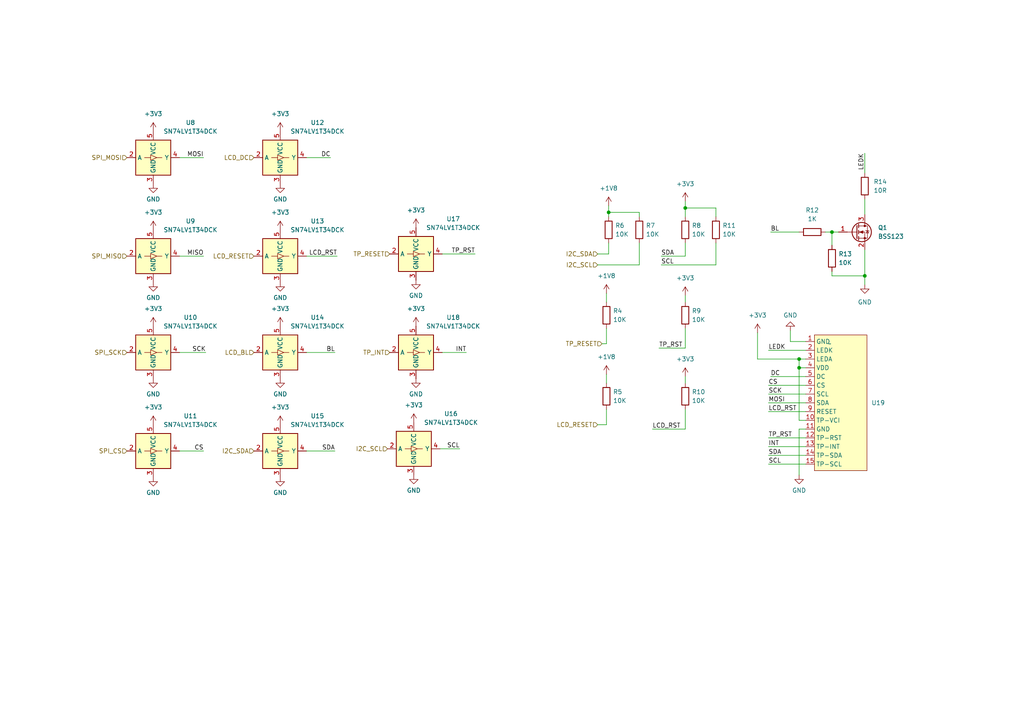
<source format=kicad_sch>
(kicad_sch (version 20230121) (generator eeschema)
  (paper "A4")
  (lib_symbols
    (symbol "1_28_touch_lcd:1.28LCD_TP"
      (property "Reference" "U?" (at 0 20.955 0))
      (symbol "1.28LCD_TP_1_1"
        (rectangle (start -6.35 19.685) (end 8.89 -19.685) (fill (type background)))
        (pin input line (at -8.89 17.78 0) (length 2.54) (name "GND") (number "1"))
        (pin input line (at -8.89 -5.08 0) (length 2.54) (name "TP-VCI") (number "10"))
        (pin input line (at -8.89 -7.62 0) (length 2.54) (name "GND") (number "11"))
        (pin input line (at -8.89 -10.16 0) (length 2.54) (name "TP-RST") (number "12"))
        (pin input line (at -8.89 -12.7 0) (length 2.54) (name "TP-INT") (number "13"))
        (pin input line (at -8.89 -15.24 0) (length 2.54) (name "TP-SDA") (number "14"))
        (pin input line (at -8.89 -17.78 0) (length 2.54) (name "TP-SCL") (number "15"))
        (pin input line (at -8.89 15.24 0) (length 2.54) (name "LEDK") (number "2"))
        (pin input line (at -8.89 12.7 0) (length 2.54) (name "LEDA") (number "3"))
        (pin input line (at -8.89 10.16 0) (length 2.54) (name "VDD") (number "4"))
        (pin input line (at -8.89 7.62 0) (length 2.54) (name "DC") (number "5"))
        (pin input line (at -8.89 5.08 0) (length 2.54) (name "CS") (number "6"))
        (pin input line (at -8.89 2.54 0) (length 2.54) (name "SCL") (number "7"))
        (pin input line (at -8.89 0 0) (length 2.54) (name "SDA") (number "8"))
        (pin input line (at -8.89 -2.54 0) (length 2.54) (name "RESET") (number "9"))
      )
    )
    (symbol "Device:R" (pin_numbers hide) (pin_names (offset 0))
      (property "Reference" "R" (at 2.032 0 90))
      (property "Value" "R" (at 0 0 90))
      (symbol "R_0_1"
        (rectangle (start -1.016 -2.54) (end 1.016 2.54) (stroke (width 0.254)))
      )
      (symbol "R_1_1"
        (pin passive line (at 0 3.81 270) (length 1.27) (name "~") (number "1"))
        (pin passive line (at 0 -3.81 90) (length 1.27) (name "~") (number "2"))
      )
    )
    (symbol "Logic_LevelTranslator:SN74LV1T34DCK"
      (property "Reference" "U" (at 5.08 6.35 0))
      (property "Value" "SN74LV1T34DCK" (at 5.08 3.81 0))
      (symbol "SN74LV1T34DCK_0_1"
        (rectangle (start -5.08 5.08) (end 5.08 -5.08) (stroke (width 0.254)) (fill (type background)))
        (polyline (pts (xy -0.762 0) (xy -2.54 0)))
        (polyline (pts (xy 1.016 0) (xy 2.54 0)))
      )
      (symbol "SN74LV1T34DCK_1_1"
        (polyline (pts (xy -0.762 -0.762) (xy -0.762 0.762) (xy 1.016 0) (xy -0.762 -0.762)))
        (pin no_connect line (at -5.08 2.54 0) (length 2.54) hide (name "NC") (number "1"))
        (pin input line (at -7.62 0 0) (length 2.54) (name "A") (number "2"))
        (pin power_in line (at 0 -7.62 90) (length 2.54) (name "GND") (number "3"))
        (pin output line (at 7.62 0 180) (length 2.54) (name "Y") (number "4"))
        (pin power_in line (at 0 7.62 270) (length 2.54) (name "VCC") (number "5"))
      )
    )
    (symbol "Transistor_FET:BSS123" (pin_names hide)
      (property "Reference" "Q" (at 5.08 1.905 0))
      (property "Value" "BSS123" (at 5.08 0 0))
      (symbol "BSS123_0_1"
        (polyline (pts (xy 0.254 0) (xy -2.54 0)))
        (polyline (pts (xy 0.254 1.905) (xy 0.254 -1.905)) (stroke (width 0.254)))
        (polyline (pts (xy 0.762 -1.27) (xy 0.762 -2.286)) (stroke (width 0.254)))
        (polyline (pts (xy 0.762 0.508) (xy 0.762 -0.508)) (stroke (width 0.254)))
        (polyline (pts (xy 0.762 2.286) (xy 0.762 1.27)) (stroke (width 0.254)))
        (polyline (pts (xy 2.54 2.54) (xy 2.54 1.778)))
        (polyline (pts (xy 2.54 -2.54) (xy 2.54 0) (xy 0.762 0)))
        (polyline (pts (xy 0.762 -1.778) (xy 3.302 -1.778) (xy 3.302 1.778) (xy 0.762 1.778)))
        (polyline (pts (xy 1.016 0) (xy 2.032 0.381) (xy 2.032 -0.381) (xy 1.016 0)) (fill (type outline)))
        (polyline (pts (xy 2.794 0.508) (xy 2.921 0.381) (xy 3.683 0.381) (xy 3.81 0.254)))
        (polyline (pts (xy 3.302 0.381) (xy 2.921 -0.254) (xy 3.683 -0.254) (xy 3.302 0.381)))
        (circle (center 1.651 0) (radius 2.794) (stroke (width 0.254)))
        (circle (center 2.54 -1.778) (radius 0.254) (fill (type outline)))
        (circle (center 2.54 1.778) (radius 0.254) (fill (type outline)))
      )
      (symbol "BSS123_1_1"
        (pin input line (at -5.08 0 0) (length 2.54) (name "G") (number "1"))
        (pin passive line (at 2.54 -5.08 90) (length 2.54) (name "S") (number "2"))
        (pin passive line (at 2.54 5.08 270) (length 2.54) (name "D") (number "3"))
      )
    )
    (symbol "power:+1V8" (power) (pin_names (offset 0))
      (property "Value" "+1V8" (at 0 3.556 0))
      (symbol "+1V8_0_1"
        (polyline (pts (xy -0.762 1.27) (xy 0 2.54)))
        (polyline (pts (xy 0 0) (xy 0 2.54)))
        (polyline (pts (xy 0 2.54) (xy 0.762 1.27)))
      )
      (symbol "+1V8_1_1"
        (pin power_in line (at 0 0 90) (length 0) hide (name "+1V8") (number "1"))
      )
    )
    (symbol "power:+3V3" (power) (pin_names (offset 0))
      (property "Value" "+3V3" (at 0 3.556 0))
      (symbol "+3V3_0_1"
        (polyline (pts (xy -0.762 1.27) (xy 0 2.54)))
        (polyline (pts (xy 0 0) (xy 0 2.54)))
        (polyline (pts (xy 0 2.54) (xy 0.762 1.27)))
      )
      (symbol "+3V3_1_1"
        (pin power_in line (at 0 0 90) (length 0) hide (name "+3V3") (number "1"))
      )
    )
    (symbol "power:GND" (power) (pin_names (offset 0))
      (property "Value" "GND" (at 0 -3.81 0))
      (symbol "GND_0_1"
        (polyline (pts (xy 0 0) (xy 0 -1.27) (xy 1.27 -1.27) (xy 0 -2.54) (xy -1.27 -1.27) (xy 0 -1.27)))
      )
      (symbol "GND_1_1"
        (pin power_in line (at 0 0 270) (length 0) hide (name "GND") (number "1"))
      )
    )
  )
  (junction (at 250.825 80.01))
  (junction (at 176.53 61.595))
  (junction (at 231.775 106.68))
  (junction (at 198.755 60.325))
  (junction (at 231.775 104.14))
  (junction (at 241.3 67.31))
  (wire (pts (xy 97.155 102.235) (xy 88.9 102.235)))
  (wire (pts (xy 222.885 119.38) (xy 233.68 119.38)))
  (wire (pts (xy 222.885 116.84) (xy 233.68 116.84)))
  (wire (pts (xy 185.42 76.835) (xy 185.42 70.485)))
  (wire (pts (xy 250.825 72.39) (xy 250.825 80.01)))
  (wire (pts (xy 59.69 102.235) (xy 52.07 102.235)))
  (wire (pts (xy 207.645 76.835) (xy 207.645 70.485)))
  (wire (pts (xy 191.77 76.835) (xy 207.645 76.835)))
  (wire (pts (xy 222.885 127) (xy 233.68 127)))
  (wire (pts (xy 233.68 106.68) (xy 231.775 106.68)))
  (wire (pts (xy 231.775 104.14) (xy 233.68 104.14)))
  (wire (pts (xy 173.355 76.835) (xy 185.42 76.835)))
  (wire (pts (xy 207.645 60.325) (xy 207.645 62.865)))
  (wire (pts (xy 198.755 60.325) (xy 207.645 60.325)))
  (wire (pts (xy 241.3 67.31) (xy 241.3 71.12)))
  (wire (pts (xy 222.885 114.3) (xy 233.68 114.3)))
  (wire (pts (xy 219.71 96.52) (xy 219.71 104.14)))
  (wire (pts (xy 59.055 74.295) (xy 52.07 74.295)))
  (wire (pts (xy 229.235 95.885) (xy 229.235 99.06)))
  (wire (pts (xy 233.68 121.92) (xy 231.775 121.92)))
  (wire (pts (xy 133.35 130.175) (xy 127.635 130.175)))
  (wire (pts (xy 176.53 61.595) (xy 185.42 61.595)))
  (wire (pts (xy 198.755 60.325) (xy 198.755 62.865)))
  (wire (pts (xy 198.755 124.46) (xy 198.755 118.745)))
  (wire (pts (xy 137.795 73.66) (xy 128.27 73.66)))
  (wire (pts (xy 176.53 73.66) (xy 176.53 70.485)))
  (wire (pts (xy 135.255 102.235) (xy 128.27 102.235)))
  (wire (pts (xy 191.135 100.965) (xy 198.755 100.965)))
  (wire (pts (xy 97.79 74.295) (xy 88.9 74.295)))
  (wire (pts (xy 175.895 85.09) (xy 175.895 87.63)))
  (wire (pts (xy 231.775 124.46) (xy 231.775 137.795)))
  (wire (pts (xy 222.885 129.54) (xy 233.68 129.54)))
  (wire (pts (xy 173.355 123.19) (xy 175.895 123.19)))
  (wire (pts (xy 59.055 45.72) (xy 52.07 45.72)))
  (wire (pts (xy 241.3 67.31) (xy 243.205 67.31)))
  (wire (pts (xy 189.23 124.46) (xy 198.755 124.46)))
  (wire (pts (xy 173.355 73.66) (xy 176.53 73.66)))
  (wire (pts (xy 198.755 74.295) (xy 198.755 70.485)))
  (wire (pts (xy 231.775 106.68) (xy 231.775 104.14)))
  (wire (pts (xy 176.53 59.69) (xy 176.53 61.595)))
  (wire (pts (xy 222.885 132.08) (xy 233.68 132.08)))
  (wire (pts (xy 198.755 109.22) (xy 198.755 111.125)))
  (wire (pts (xy 222.885 111.76) (xy 233.68 111.76)))
  (wire (pts (xy 250.825 44.45) (xy 250.825 50.165)))
  (wire (pts (xy 250.825 80.01) (xy 250.825 82.55)))
  (wire (pts (xy 241.3 80.01) (xy 250.825 80.01)))
  (wire (pts (xy 223.52 67.31) (xy 231.775 67.31)))
  (wire (pts (xy 222.885 101.6) (xy 233.68 101.6)))
  (wire (pts (xy 174.625 99.695) (xy 175.895 99.695)))
  (wire (pts (xy 97.155 130.81) (xy 88.9 130.81)))
  (wire (pts (xy 198.755 58.42) (xy 198.755 60.325)))
  (wire (pts (xy 229.235 99.06) (xy 233.68 99.06)))
  (wire (pts (xy 191.77 74.295) (xy 198.755 74.295)))
  (wire (pts (xy 185.42 61.595) (xy 185.42 62.865)))
  (wire (pts (xy 222.885 134.62) (xy 233.68 134.62)))
  (wire (pts (xy 175.895 123.19) (xy 175.895 118.745)))
  (wire (pts (xy 198.755 100.965) (xy 198.755 95.25)))
  (wire (pts (xy 231.775 121.92) (xy 231.775 106.68)))
  (wire (pts (xy 223.52 109.22) (xy 233.68 109.22)))
  (wire (pts (xy 59.055 130.81) (xy 52.07 130.81)))
  (wire (pts (xy 250.825 57.785) (xy 250.825 62.23)))
  (wire (pts (xy 239.395 67.31) (xy 241.3 67.31)))
  (wire (pts (xy 198.755 85.725) (xy 198.755 87.63)))
  (wire (pts (xy 175.895 108.585) (xy 175.895 111.125)))
  (wire (pts (xy 241.3 78.74) (xy 241.3 80.01)))
  (wire (pts (xy 88.9 45.72) (xy 95.885 45.72)))
  (wire (pts (xy 219.71 104.14) (xy 231.775 104.14)))
  (wire (pts (xy 176.53 61.595) (xy 176.53 62.865)))
  (wire (pts (xy 175.895 99.695) (xy 175.895 95.25)))
  (wire (pts (xy 233.68 124.46) (xy 231.775 124.46)))
  (label "LCD_RST" (at 222.885 119.38 0))
  (label "SCL" (at 222.885 134.62 0))
  (label "LCD_RST" (at 97.79 74.295 180))
  (label "CS" (at 222.885 111.76 0))
  (label "SCK" (at 59.69 102.235 180))
  (label "SDA" (at 97.155 130.81 180))
  (label "DC" (at 223.52 109.22 0))
  (label "INT" (at 222.885 129.54 0))
  (label "LEDK" (at 222.885 101.6 0))
  (label "DC" (at 95.885 45.72 180))
  (label "MISO" (at 59.055 74.295 180))
  (label "INT" (at 135.255 102.235 180))
  (label "TP_RST" (at 191.135 100.965 0))
  (label "CS" (at 59.055 130.81 180))
  (label "SCL" (at 191.77 76.835 0))
  (label "BL" (at 223.52 67.31 0))
  (label "SCK" (at 222.885 114.3 0))
  (label "SDA" (at 191.77 74.295 0))
  (label "MOSI" (at 59.055 45.72 180))
  (label "SCL" (at 133.35 130.175 180))
  (label "LCD_RST" (at 189.23 124.46 0))
  (label "LEDK" (at 250.825 44.45 270))
  (label "SDA" (at 222.885 132.08 0))
  (label "TP_RST" (at 222.885 127 0))
  (label "TP_RST" (at 137.795 73.66 180))
  (label "BL" (at 97.155 102.235 180))
  (label "MOSI" (at 222.885 116.84 0))
  (hierarchical_label "I2C_SCL" (shape input) (at 112.395 130.175 180))
  (hierarchical_label "LCD_BL" (shape input) (at 73.66 102.235 180))
  (hierarchical_label "I2C_SCL" (shape input) (at 173.355 76.835 180))
  (hierarchical_label "SPI_CS" (shape input) (at 36.83 130.81 180))
  (hierarchical_label "LCD_DC" (shape input) (at 73.66 45.72 180))
  (hierarchical_label "LCD_RESET" (shape input) (at 173.355 123.19 180))
  (hierarchical_label "SPI_SCK" (shape input) (at 36.83 102.235 180))
  (hierarchical_label "SPI_MISO" (shape input) (at 36.83 74.295 180))
  (hierarchical_label "TP_RESET" (shape input) (at 113.03 73.66 180))
  (hierarchical_label "I2C_SDA" (shape input) (at 73.66 130.81 180))
  (hierarchical_label "SPI_MOSI" (shape input) (at 36.83 45.72 180))
  (hierarchical_label "LCD_RESET" (shape input) (at 73.66 74.295 180))
  (hierarchical_label "TP_INT" (shape input) (at 113.03 102.235 180))
  (hierarchical_label "TP_RESET" (shape input) (at 174.625 99.695 180))
  (hierarchical_label "I2C_SDA" (shape input) (at 173.355 73.66 180))
  (symbol (lib_id "power:GND") (at 250.825 82.55 0) (unit 1)
    (property "Reference" "#PWR084" (effects hide))
    (property "Value" "GND" (at 250.825 87.63 0))
  )
  (symbol (lib_id "power:GND") (at 44.45 138.43 0) (unit 1)
    (property "Reference" "#PWR060" (effects hide))
    (property "Value" "GND" (at 44.45 142.875 0))
  )
  (symbol (lib_id "Logic_LevelTranslator:SN74LV1T34DCK") (at 81.28 130.81 0) (unit 1)
    (property "Reference" "U15" (at 92.075 120.65 0))
    (property "Value" "SN74LV1T34DCK" (at 92.075 123.19 0))
    (property "Footprint" "Package_TO_SOT_SMD:SOT-353_SC-70-5" (effects hide))
    (property "Datasheet" "https://www.ti.com/lit/ds/symlink/sn74lv1t34.pdf" (effects hide))
  )
  (symbol (lib_id "power:+3V3") (at 44.45 94.615 0) (unit 1)
    (property "Reference" "#PWR057" (effects hide))
    (property "Value" "+3V3" (at 44.45 89.535 0))
  )
  (symbol (lib_id "power:+3V3") (at 81.28 38.1 0) (unit 1)
    (property "Reference" "#PWR061" (effects hide))
    (property "Value" "+3V3" (at 81.28 33.02 0))
  )
  (symbol (lib_id "Device:R") (at 175.895 91.44 0) (unit 1)
    (property "Reference" "R4" (at 177.8 90.17 0) (effects (justify left)))
    (property "Value" "10K" (at 177.8 92.71 0) (effects (justify left)))
    (property "Footprint" "Resistor_SMD:R_0402_1005Metric" (effects hide))
  )
  (symbol (lib_id "Logic_LevelTranslator:SN74LV1T34DCK") (at 44.45 102.235 0) (unit 1)
    (property "Reference" "U10" (at 55.245 92.075 0))
    (property "Value" "SN74LV1T34DCK" (at 55.245 94.615 0))
    (property "Footprint" "Package_TO_SOT_SMD:SOT-353_SC-70-5" (effects hide))
    (property "Datasheet" "https://www.ti.com/lit/ds/symlink/sn74lv1t34.pdf" (effects hide))
  )
  (symbol (lib_id "Device:R") (at 207.645 66.675 0) (unit 1)
    (property "Reference" "R11" (at 209.55 65.405 0) (effects (justify left)))
    (property "Value" "10K" (at 209.55 67.945 0) (effects (justify left)))
    (property "Footprint" "Resistor_SMD:R_0402_1005Metric" (effects hide))
  )
  (symbol (lib_id "power:GND") (at 44.45 109.855 0) (unit 1)
    (property "Reference" "#PWR058" (effects hide))
    (property "Value" "GND" (at 44.45 114.3 0))
  )
  (symbol (lib_id "power:GND") (at 44.45 81.915 0) (unit 1)
    (property "Reference" "#PWR056" (effects hide))
    (property "Value" "GND" (at 44.45 86.36 0))
  )
  (symbol (lib_id "power:GND") (at 81.28 138.43 0) (unit 1)
    (property "Reference" "#PWR068" (effects hide))
    (property "Value" "GND" (at 81.28 142.875 0))
  )
  (symbol (lib_id "Device:R") (at 198.755 66.675 0) (unit 1)
    (property "Reference" "R8" (at 200.66 65.405 0) (effects (justify left)))
    (property "Value" "10K" (at 200.66 67.945 0) (effects (justify left)))
    (property "Footprint" "Resistor_SMD:R_0402_1005Metric" (effects hide))
  )
  (symbol (lib_id "power:GND") (at 120.65 109.855 0) (unit 1)
    (property "Reference" "#PWR074" (effects hide))
    (property "Value" "GND" (at 120.65 114.3 0))
  )
  (symbol (lib_id "power:GND") (at 81.28 53.34 0) (unit 1)
    (property "Reference" "#PWR062" (effects hide))
    (property "Value" "GND" (at 81.28 57.785 0))
  )
  (symbol (lib_id "Device:R") (at 235.585 67.31 90) (unit 1)
    (property "Reference" "R12" (at 235.585 60.96 90))
    (property "Value" "1K" (at 235.585 63.5 90))
    (property "Footprint" "Resistor_SMD:R_0402_1005Metric" (effects hide))
  )
  (symbol (lib_id "Logic_LevelTranslator:SN74LV1T34DCK") (at 44.45 45.72 0) (unit 1)
    (property "Reference" "U8" (at 55.245 35.56 0))
    (property "Value" "SN74LV1T34DCK" (at 55.245 38.1 0))
    (property "Footprint" "Package_TO_SOT_SMD:SOT-353_SC-70-5" (effects hide))
    (property "Datasheet" "https://www.ti.com/lit/ds/symlink/sn74lv1t34.pdf" (effects hide))
  )
  (symbol (lib_id "power:+3V3") (at 198.755 58.42 0) (unit 1)
    (property "Reference" "#PWR078" (effects hide))
    (property "Value" "+3V3" (at 198.755 53.34 0))
  )
  (symbol (lib_id "Logic_LevelTranslator:SN74LV1T34DCK") (at 120.65 102.235 0) (unit 1)
    (property "Reference" "U18" (at 131.445 92.075 0))
    (property "Value" "SN74LV1T34DCK" (at 131.445 94.615 0))
    (property "Footprint" "Package_TO_SOT_SMD:SOT-353_SC-70-5" (effects hide))
    (property "Datasheet" "https://www.ti.com/lit/ds/symlink/sn74lv1t34.pdf" (effects hide))
  )
  (symbol (lib_id "Device:R") (at 198.755 91.44 0) (unit 1)
    (property "Reference" "R9" (at 200.66 90.17 0) (effects (justify left)))
    (property "Value" "10K" (at 200.66 92.71 0) (effects (justify left)))
    (property "Footprint" "Resistor_SMD:R_0402_1005Metric" (effects hide))
  )
  (symbol (lib_id "power:+3V3") (at 198.755 85.725 0) (unit 1)
    (property "Reference" "#PWR079" (effects hide))
    (property "Value" "+3V3" (at 198.755 80.645 0))
  )
  (symbol (lib_id "power:+3V3") (at 198.755 109.22 0) (unit 1)
    (property "Reference" "#PWR080" (effects hide))
    (property "Value" "+3V3" (at 198.755 104.14 0))
  )
  (symbol (lib_id "Transistor_FET:BSS123") (at 248.285 67.31 0) (unit 1)
    (property "Reference" "Q1" (at 254.635 66.04 0) (effects (justify left)))
    (property "Value" "BSS123" (at 254.635 68.58 0) (effects (justify left)))
    (property "Footprint" "Package_TO_SOT_SMD:SOT-23" (effects hide))
    (property "Datasheet" "http://www.diodes.com/assets/Datasheets/ds30366.pdf" (effects hide))
  )
  (symbol (lib_id "power:GND") (at 231.775 137.795 0) (unit 1)
    (property "Reference" "#PWR083" (effects hide))
    (property "Value" "GND" (at 231.775 142.24 0))
  )
  (symbol (lib_id "power:+3V3") (at 120.015 122.555 0) (unit 1)
    (property "Reference" "#PWR069" (effects hide))
    (property "Value" "+3V3" (at 120.015 117.475 0))
  )
  (symbol (lib_id "power:+3V3") (at 120.65 66.04 0) (unit 1)
    (property "Reference" "#PWR071" (effects hide))
    (property "Value" "+3V3" (at 120.65 60.96 0))
  )
  (symbol (lib_id "1_28_touch_lcd:1.28LCD_TP") (at 242.57 116.84 0) (unit 1)
    (property "Reference" "U19" (at 252.73 116.84 0) (effects (justify left)))
    (property "Value" "~" (at 240.665 99.695 0))
    (property "Footprint" "1-28-LCD-Touch:1.28LCD-TP" (effects hide))
  )
  (symbol (lib_id "Device:R") (at 176.53 66.675 0) (unit 1)
    (property "Reference" "R6" (at 178.435 65.405 0) (effects (justify left)))
    (property "Value" "10K" (at 178.435 67.945 0) (effects (justify left)))
    (property "Footprint" "Resistor_SMD:R_0402_1005Metric" (effects hide))
  )
  (symbol (lib_id "power:+3V3") (at 44.45 123.19 0) (unit 1)
    (property "Reference" "#PWR059" (effects hide))
    (property "Value" "+3V3" (at 44.45 118.11 0))
  )
  (symbol (lib_id "power:+1V8") (at 176.53 59.69 0) (unit 1)
    (property "Reference" "#PWR077" (effects hide))
    (property "Value" "+1V8" (at 176.53 54.61 0))
  )
  (symbol (lib_id "power:+3V3") (at 44.45 66.675 0) (unit 1)
    (property "Reference" "#PWR055" (effects hide))
    (property "Value" "+3V3" (at 44.45 61.595 0))
  )
  (symbol (lib_id "Device:R") (at 185.42 66.675 0) (unit 1)
    (property "Reference" "R7" (at 187.325 65.405 0) (effects (justify left)))
    (property "Value" "10K" (at 187.325 67.945 0) (effects (justify left)))
    (property "Footprint" "Resistor_SMD:R_0402_1005Metric" (effects hide))
  )
  (symbol (lib_id "power:GND") (at 81.28 109.855 0) (unit 1)
    (property "Reference" "#PWR066" (effects hide))
    (property "Value" "GND" (at 81.28 114.3 0))
  )
  (symbol (lib_id "power:+3V3") (at 81.28 123.19 0) (unit 1)
    (property "Reference" "#PWR067" (effects hide))
    (property "Value" "+3V3" (at 81.28 118.11 0))
  )
  (symbol (lib_id "Logic_LevelTranslator:SN74LV1T34DCK") (at 81.28 74.295 0) (unit 1)
    (property "Reference" "U13" (at 92.075 64.135 0))
    (property "Value" "SN74LV1T34DCK" (at 92.075 66.675 0))
    (property "Footprint" "Package_TO_SOT_SMD:SOT-353_SC-70-5" (effects hide))
    (property "Datasheet" "https://www.ti.com/lit/ds/symlink/sn74lv1t34.pdf" (effects hide))
  )
  (symbol (lib_id "power:+3V3") (at 120.65 94.615 0) (unit 1)
    (property "Reference" "#PWR073" (effects hide))
    (property "Value" "+3V3" (at 120.65 89.535 0))
  )
  (symbol (lib_id "Device:R") (at 198.755 114.935 0) (unit 1)
    (property "Reference" "R10" (at 200.66 113.665 0) (effects (justify left)))
    (property "Value" "10K" (at 200.66 116.205 0) (effects (justify left)))
    (property "Footprint" "Resistor_SMD:R_0402_1005Metric" (effects hide))
  )
  (symbol (lib_id "power:+1V8") (at 175.895 108.585 0) (unit 1)
    (property "Reference" "#PWR076" (effects hide))
    (property "Value" "+1V8" (at 175.895 103.505 0))
  )
  (symbol (lib_id "power:GND") (at 44.45 53.34 0) (unit 1)
    (property "Reference" "#PWR054" (effects hide))
    (property "Value" "GND" (at 44.45 57.785 0))
  )
  (symbol (lib_id "Device:R") (at 175.895 114.935 0) (unit 1)
    (property "Reference" "R5" (at 177.8 113.665 0) (effects (justify left)))
    (property "Value" "10K" (at 177.8 116.205 0) (effects (justify left)))
    (property "Footprint" "Resistor_SMD:R_0402_1005Metric" (effects hide))
  )
  (symbol (lib_id "power:+1V8") (at 175.895 85.09 0) (unit 1)
    (property "Reference" "#PWR075" (effects hide))
    (property "Value" "+1V8" (at 175.895 80.01 0))
  )
  (symbol (lib_id "power:GND") (at 120.015 137.795 0) (unit 1)
    (property "Reference" "#PWR070" (effects hide))
    (property "Value" "GND" (at 120.015 142.24 0))
  )
  (symbol (lib_id "power:+3V3") (at 81.28 94.615 0) (unit 1)
    (property "Reference" "#PWR065" (effects hide))
    (property "Value" "+3V3" (at 81.28 89.535 0))
  )
  (symbol (lib_id "power:GND") (at 81.28 81.915 0) (unit 1)
    (property "Reference" "#PWR064" (effects hide))
    (property "Value" "GND" (at 81.28 86.36 0))
  )
  (symbol (lib_id "Device:R") (at 241.3 74.93 180) (unit 1)
    (property "Reference" "R13" (at 243.205 73.66 0) (effects (justify right)))
    (property "Value" "10K" (at 243.205 76.2 0) (effects (justify right)))
    (property "Footprint" "Resistor_SMD:R_0402_1005Metric" (effects hide))
  )
  (symbol (lib_id "power:+3V3") (at 219.71 96.52 0) (unit 1)
    (property "Reference" "#PWR081" (effects hide))
    (property "Value" "+3V3" (at 219.71 91.44 0))
  )
  (symbol (lib_id "Device:R") (at 250.825 53.975 0) (unit 1)
    (property "Reference" "R14" (at 253.365 52.705 0) (effects (justify left)))
    (property "Value" "10R" (at 253.365 55.245 0) (effects (justify left)))
    (property "Footprint" "Resistor_SMD:R_0402_1005Metric" (effects hide))
  )
  (symbol (lib_id "Logic_LevelTranslator:SN74LV1T34DCK") (at 120.015 130.175 0) (unit 1)
    (property "Reference" "U16" (at 130.81 120.015 0))
    (property "Value" "SN74LV1T34DCK" (at 130.81 122.555 0))
    (property "Footprint" "Package_TO_SOT_SMD:SOT-353_SC-70-5" (effects hide))
    (property "Datasheet" "https://www.ti.com/lit/ds/symlink/sn74lv1t34.pdf" (effects hide))
  )
  (symbol (lib_id "power:GND") (at 229.235 95.885 180) (unit 1)
    (property "Reference" "#PWR082" (effects hide))
    (property "Value" "GND" (at 229.235 91.44 0))
  )
  (symbol (lib_id "power:GND") (at 120.65 81.28 0) (unit 1)
    (property "Reference" "#PWR072" (effects hide))
    (property "Value" "GND" (at 120.65 85.725 0))
  )
  (symbol (lib_id "Logic_LevelTranslator:SN74LV1T34DCK") (at 120.65 73.66 0) (unit 1)
    (property "Reference" "U17" (at 131.445 63.5 0))
    (property "Value" "SN74LV1T34DCK" (at 131.445 66.04 0))
    (property "Footprint" "Package_TO_SOT_SMD:SOT-353_SC-70-5" (effects hide))
    (property "Datasheet" "https://www.ti.com/lit/ds/symlink/sn74lv1t34.pdf" (effects hide))
  )
  (symbol (lib_id "Logic_LevelTranslator:SN74LV1T34DCK") (at 44.45 74.295 0) (unit 1)
    (property "Reference" "U9" (at 55.245 64.135 0))
    (property "Value" "SN74LV1T34DCK" (at 55.245 66.675 0))
    (property "Footprint" "Package_TO_SOT_SMD:SOT-353_SC-70-5" (effects hide))
    (property "Datasheet" "https://www.ti.com/lit/ds/symlink/sn74lv1t34.pdf" (effects hide))
  )
  (symbol (lib_id "Logic_LevelTranslator:SN74LV1T34DCK") (at 44.45 130.81 0) (unit 1)
    (property "Reference" "U11" (at 55.245 120.65 0))
    (property "Value" "SN74LV1T34DCK" (at 55.245 123.19 0))
    (property "Footprint" "Package_TO_SOT_SMD:SOT-353_SC-70-5" (effects hide))
    (property "Datasheet" "https://www.ti.com/lit/ds/symlink/sn74lv1t34.pdf" (effects hide))
  )
  (symbol (lib_id "Logic_LevelTranslator:SN74LV1T34DCK") (at 81.28 102.235 0) (unit 1)
    (property "Reference" "U14" (at 92.075 92.075 0))
    (property "Value" "SN74LV1T34DCK" (at 92.075 94.615 0))
    (property "Footprint" "Package_TO_SOT_SMD:SOT-353_SC-70-5" (effects hide))
    (property "Datasheet" "https://www.ti.com/lit/ds/symlink/sn74lv1t34.pdf" (effects hide))
  )
  (symbol (lib_id "power:+3V3") (at 81.28 66.675 0) (unit 1)
    (property "Reference" "#PWR063" (effects hide))
    (property "Value" "+3V3" (at 81.28 61.595 0))
  )
  (symbol (lib_id "Logic_LevelTranslator:SN74LV1T34DCK") (at 81.28 45.72 0) (unit 1)
    (property "Reference" "U12" (at 92.075 35.56 0))
    (property "Value" "SN74LV1T34DCK" (at 92.075 38.1 0))
    (property "Footprint" "Package_TO_SOT_SMD:SOT-353_SC-70-5" (effects hide))
    (property "Datasheet" "https://www.ti.com/lit/ds/symlink/sn74lv1t34.pdf" (effects hide))
  )
  (symbol (lib_id "power:+3V3") (at 44.45 38.1 0) (unit 1)
    (property "Reference" "#PWR053" (effects hide))
    (property "Value" "+3V3" (at 44.45 33.02 0))
  )
)
</source>
